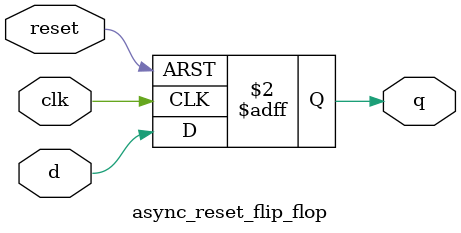
<source format=sv>
module async_reset_flip_flop (
    input logic clk,        // Clock input
    input logic reset,      // Asynchronous reset input
    input logic d,         // Data input
    output logic q         // Output
);

    // Always block triggered on the rising edge of the clock or the asynchronous reset
    always_ff @(posedge clk or posedge reset) begin
        if (reset) begin
            q <= 1'b0;     
        end else begin
            q <= d;        
        end
    end

endmodule

</source>
